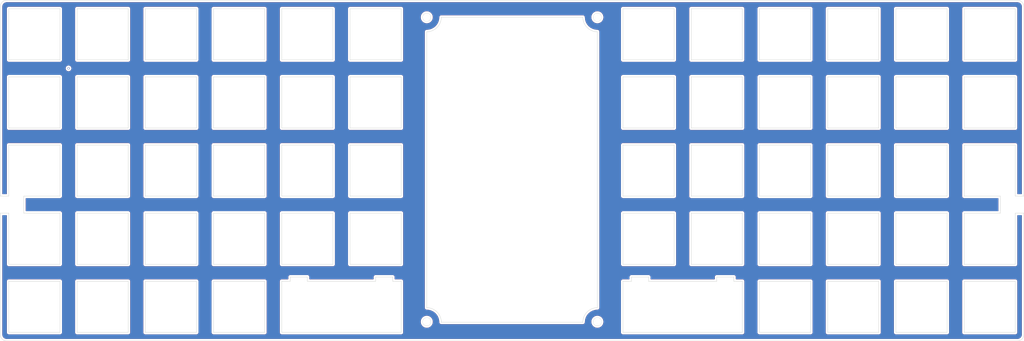
<source format=kicad_pcb>
(kicad_pcb (version 20171130) (host pcbnew "(5.1.10-1-10_14)")
  (layers (0 F.Cu signal) (31 B.Cu signal) (34 B.Paste user hide) (35 F.Paste user hide) (36 B.SilkS user hide) (37 F.SilkS user hide) (38 B.Mask user) (39 F.Mask user) (44 Edge.Cuts user))
  (net 0 "")
  (module lumberjack:MountingHole_M2 (layer F.Cu) (at 108.346887 44.529371)
    (fp_text reference H1 hide)
    (fp_text value M2)
    (pad "" np_thru_hole circle (at 0 0) (size 2.2 2.2) (drill 2.2) (layers *.Cu *.Mask))
  )
  (module lumberjack:MountingHole_M2 (layer F.Cu) (at 155.971927 129.65913)
    (fp_text reference H4 hide)
    (fp_text value M2)
    (pad "" np_thru_hole circle (at 0 0) (size 2.2 2.2) (drill 2.2) (layers *.Cu *.Mask))
  )
  (module lumberjack:MountingHole_M2 (layer F.Cu) (at 108.346887 129.65913)
    (fp_text reference H3 hide)
    (fp_text value M2)
    (pad "" np_thru_hole circle (at 0 0) (size 2.2 2.2) (drill 2.2) (layers *.Cu *.Mask))
  )
  (module lumberjack:MountingHole_M2 (layer F.Cu) (at 155.971927 44.529371)
    (fp_text reference H2 hide)
    (fp_text value M2)
    (pad "" np_thru_hole circle (at 0 0) (size 2.2 2.2) (drill 2.2) (layers *.Cu *.Mask))
  )
  (gr_circle (center 155.971823 44.530039) (end 155.019323 43.934724) (layer Edge.Cuts) (width 0.1))
  (gr_circle (center 108.346823 44.530039) (end 107.394323 43.934724) (layer Edge.Cuts) (width 0.1))
  (gr_circle (center 108.346823 129.660084) (end 107.394323 129.064769) (layer Edge.Cuts) (width 0.1))
  (gr_circle (center 155.971875 129.659607) (end 155.019375 129.064292) (layer Edge.Cuts) (width 0.1))
  (gr_line (start 155.971875 48.5775) (end 155.971927 125.729996) (layer Edge.Cuts) (width 0.1))
  (gr_line (start 108.346927 125.729996) (end 108.346875 48.5775) (layer Edge.Cuts) (width 0.1))
  (gr_arc (start 108.346927 129.778121) (end 112.395052 129.778121) (angle -90) (layer Edge.Cuts) (width 0.1))
  (gr_arc (start 155.971927 129.778121) (end 155.971927 125.729996) (angle -90) (layer Edge.Cuts) (width 0.1))
  (gr_line (start 112.395052 129.778121) (end 151.923802 129.778121) (layer Edge.Cuts) (width 0.1))
  (gr_line (start 151.92375 44.529375) (end 112.395 44.529375) (layer Edge.Cuts) (width 0.1))
  (gr_arc (start 155.971875 44.529375) (end 151.92375 44.529375) (angle -90) (layer Edge.Cuts) (width 0.1))
  (gr_arc (start 108.346875 44.529375) (end 108.346875 48.5775) (angle -90) (layer Edge.Cuts) (width 0.1))
  (gr_line (start 5.953125 42.148125) (end -8.334375 42.148125) (layer Edge.Cuts) (width 0.1))
  (gr_line (start -8.334375 42.148125) (end -8.334375 56.435625) (layer Edge.Cuts) (width 0.1))
  (gr_line (start 44.053125 61.198125) (end 29.765625 61.198125) (layer Edge.Cuts) (width 0.1))
  (gr_line (start 10.715625 75.485625) (end 25.003125 75.485625) (layer Edge.Cuts) (width 0.1))
  (gr_line (start 82.153125 42.148125) (end 82.153125 56.435625) (layer Edge.Cuts) (width 0.1))
  (gr_line (start 82.153125 56.435625) (end 67.865625 56.435625) (layer Edge.Cuts) (width 0.1))
  (gr_line (start -8.334375 113.585625) (end 5.953125 113.585625) (layer Edge.Cuts) (width 0.1))
  (gr_line (start 5.953125 99.298125) (end -4.167364 99.298125) (layer Edge.Cuts) (width 0.1))
  (gr_line (start 48.815625 56.435625) (end 48.815625 42.148125) (layer Edge.Cuts) (width 0.1))
  (gr_line (start 48.815625 42.148125) (end 63.103125 42.148125) (layer Edge.Cuts) (width 0.1))
  (gr_line (start 44.053125 42.148125) (end 29.765625 42.148125) (layer Edge.Cuts) (width 0.1))
  (gr_line (start 29.765625 42.148125) (end 29.765625 56.435625) (layer Edge.Cuts) (width 0.1))
  (gr_line (start 29.765625 56.435625) (end 44.053125 56.435625) (layer Edge.Cuts) (width 0.1))
  (gr_line (start 44.053125 56.435625) (end 44.053125 42.148125) (layer Edge.Cuts) (width 0.1))
  (gr_line (start 25.003125 42.148125) (end 10.715625 42.148125) (layer Edge.Cuts) (width 0.1))
  (gr_line (start 10.715625 42.148125) (end 10.715625 56.435625) (layer Edge.Cuts) (width 0.1))
  (gr_line (start 67.865625 56.435625) (end 67.865625 42.148125) (layer Edge.Cuts) (width 0.1))
  (gr_line (start 67.865625 42.148125) (end 82.153125 42.148125) (layer Edge.Cuts) (width 0.1))
  (gr_line (start -8.334375 56.435625) (end 5.953125 56.435625) (layer Edge.Cuts) (width 0.1))
  (gr_line (start -8.334375 75.485625) (end 5.953125 75.485625) (layer Edge.Cuts) (width 0.1))
  (gr_line (start 10.715625 56.435625) (end 25.003125 56.435625) (layer Edge.Cuts) (width 0.1))
  (gr_line (start 25.003125 56.435625) (end 25.003125 42.148125) (layer Edge.Cuts) (width 0.1))
  (gr_line (start 5.953125 56.435625) (end 5.953125 42.148125) (layer Edge.Cuts) (width 0.1))
  (gr_line (start 101.203125 132.635625) (end 101.203125 118.348125) (layer Edge.Cuts) (width 0.1))
  (gr_line (start 70.246761 118.348233) (end 67.865509 118.348233) (layer Edge.Cuts) (width 0.1))
  (gr_line (start 75.009265 117.157607) (end 75.009265 118.348233) (layer Edge.Cuts) (width 0.1))
  (gr_line (start 98.821785 117.157607) (end 98.821785 118.348233) (layer Edge.Cuts) (width 0.1))
  (gr_line (start 70.246761 118.348233) (end 70.246761 117.157607) (layer Edge.Cuts) (width 0.1))
  (gr_line (start 101.203125 118.348125) (end 98.821785 118.348233) (layer Edge.Cuts) (width 0.1))
  (gr_line (start 94.059281 118.348233) (end 94.059281 117.157607) (layer Edge.Cuts) (width 0.1))
  (gr_arc (start -8.929868 41.552856) (end -10.715807 41.552856) (angle 90) (layer Edge.Cuts) (width 0.1))
  (gr_line (start 101.203125 61.198125) (end 86.915625 61.198125) (layer Edge.Cuts) (width 0.1))
  (gr_line (start 82.153125 61.198125) (end 82.153125 75.485625) (layer Edge.Cuts) (width 0.1))
  (gr_line (start 86.915625 75.485625) (end 101.203125 75.485625) (layer Edge.Cuts) (width 0.1))
  (gr_line (start -4.167364 94.535713) (end -4.167364 99.298125) (layer Edge.Cuts) (width 0.1))
  (gr_line (start -8.334555 99.298217) (end -10.715807 99.298217) (layer Edge.Cuts) (width 0.1))
  (gr_line (start 48.815625 61.198125) (end 63.103125 61.198125) (layer Edge.Cuts) (width 0.1))
  (gr_line (start 86.915625 80.248125) (end 86.915625 94.535625) (layer Edge.Cuts) (width 0.1))
  (gr_line (start 29.765625 61.198125) (end 29.765625 75.485625) (layer Edge.Cuts) (width 0.1))
  (gr_line (start 101.203125 75.485625) (end 101.203125 61.198125) (layer Edge.Cuts) (width 0.1))
  (gr_line (start -8.334375 61.198125) (end -8.334375 75.485625) (layer Edge.Cuts) (width 0.1))
  (gr_line (start -4.167364 94.535713) (end 5.953125 94.535713) (layer Edge.Cuts) (width 0.1))
  (gr_line (start 29.765625 94.535625) (end 44.053125 94.535625) (layer Edge.Cuts) (width 0.1))
  (gr_line (start 25.003125 94.535625) (end 25.003125 80.248125) (layer Edge.Cuts) (width 0.1))
  (gr_line (start 101.203125 42.148125) (end 86.915625 42.148125) (layer Edge.Cuts) (width 0.1))
  (gr_line (start 10.715625 80.248125) (end 10.715625 94.535625) (layer Edge.Cuts) (width 0.1))
  (gr_line (start 5.953125 94.535625) (end 5.953125 80.248125) (layer Edge.Cuts) (width 0.1))
  (gr_line (start 5.953125 75.485625) (end 5.953125 61.198125) (layer Edge.Cuts) (width 0.1))
  (gr_line (start 67.865625 99.298125) (end 82.153125 99.298125) (layer Edge.Cuts) (width 0.1))
  (gr_line (start 29.765625 132.635625) (end 44.053125 132.635625) (layer Edge.Cuts) (width 0.1))
  (gr_line (start 10.715625 113.585625) (end 25.003125 113.585625) (layer Edge.Cuts) (width 0.1))
  (gr_line (start 82.153125 99.298125) (end 82.153125 113.585625) (layer Edge.Cuts) (width 0.1))
  (gr_line (start 101.203125 113.585625) (end 101.203125 99.298125) (layer Edge.Cuts) (width 0.1))
  (gr_line (start 63.103125 99.298125) (end 63.103125 113.585625) (layer Edge.Cuts) (width 0.1))
  (gr_line (start 29.765625 80.248125) (end 29.765625 94.535625) (layer Edge.Cuts) (width 0.1))
  (gr_line (start 29.765625 99.298125) (end 29.765625 113.585625) (layer Edge.Cuts) (width 0.1))
  (gr_line (start 82.153125 94.535625) (end 67.865625 94.535625) (layer Edge.Cuts) (width 0.1))
  (gr_line (start 86.915625 99.298125) (end 86.915625 113.585625) (layer Edge.Cuts) (width 0.1))
  (gr_line (start 101.203125 94.535625) (end 101.203125 80.248125) (layer Edge.Cuts) (width 0.1))
  (gr_line (start 29.765625 113.585625) (end 44.053125 113.585625) (layer Edge.Cuts) (width 0.1))
  (gr_line (start 94.059281 118.348233) (end 75.009265 118.348233) (layer Edge.Cuts) (width 0.1))
  (gr_line (start 63.103125 113.585625) (end 48.815625 113.585625) (layer Edge.Cuts) (width 0.1))
  (gr_line (start 10.715625 118.348125) (end 10.715625 132.635625) (layer Edge.Cuts) (width 0.1))
  (gr_line (start 44.053125 113.585625) (end 44.053125 99.298125) (layer Edge.Cuts) (width 0.1))
  (gr_line (start 44.053125 132.635625) (end 44.053125 118.348125) (layer Edge.Cuts) (width 0.1))
  (gr_line (start 25.003125 113.585625) (end 25.003125 99.298125) (layer Edge.Cuts) (width 0.1))
  (gr_line (start 48.815625 132.635625) (end 48.815625 118.348125) (layer Edge.Cuts) (width 0.1))
  (gr_line (start 67.865625 113.585625) (end 67.865625 99.298125) (layer Edge.Cuts) (width 0.1))
  (gr_line (start 63.103125 132.635625) (end 48.815625 132.635625) (layer Edge.Cuts) (width 0.1))
  (gr_line (start 82.153125 113.585625) (end 67.865625 113.585625) (layer Edge.Cuts) (width 0.1))
  (gr_line (start 10.715625 132.635625) (end 25.003125 132.635625) (layer Edge.Cuts) (width 0.1))
  (gr_line (start 48.815625 99.298125) (end 63.103125 99.298125) (layer Edge.Cuts) (width 0.1))
  (gr_line (start 25.003125 132.635625) (end 25.003125 118.348125) (layer Edge.Cuts) (width 0.1))
  (gr_line (start 48.815625 113.585625) (end 48.815625 99.298125) (layer Edge.Cuts) (width 0.1))
  (gr_line (start 48.815625 94.535625) (end 48.815625 80.248125) (layer Edge.Cuts) (width 0.1))
  (gr_line (start 63.103125 80.248125) (end 63.103125 94.535625) (layer Edge.Cuts) (width 0.1))
  (gr_line (start 48.815625 80.248125) (end 63.103125 80.248125) (layer Edge.Cuts) (width 0.1))
  (gr_line (start 25.003125 99.298125) (end 10.715625 99.298125) (layer Edge.Cuts) (width 0.1))
  (gr_line (start 63.103125 56.435625) (end 48.815625 56.435625) (layer Edge.Cuts) (width 0.1))
  (gr_line (start 101.203125 99.298125) (end 86.915625 99.298125) (layer Edge.Cuts) (width 0.1))
  (gr_line (start 44.053125 99.298125) (end 29.765625 99.298125) (layer Edge.Cuts) (width 0.1))
  (gr_line (start 82.153125 80.248125) (end 82.153125 94.535625) (layer Edge.Cuts) (width 0.1))
  (gr_line (start 25.003125 80.248125) (end 10.715625 80.248125) (layer Edge.Cuts) (width 0.1))
  (gr_line (start 63.103125 42.148125) (end 63.103125 56.435625) (layer Edge.Cuts) (width 0.1))
  (gr_line (start 67.865625 132.635625) (end 67.865625 118.348125) (layer Edge.Cuts) (width 0.1))
  (gr_line (start 86.915625 42.148125) (end 86.915625 56.435625) (layer Edge.Cuts) (width 0.1))
  (gr_line (start 86.915625 56.435625) (end 101.203125 56.435625) (layer Edge.Cuts) (width 0.1))
  (gr_line (start 67.865625 132.635625) (end 101.203125 132.635625) (layer Edge.Cuts) (width 0.1))
  (gr_line (start 86.915625 61.198125) (end 86.915625 75.485625) (layer Edge.Cuts) (width 0.1))
  (gr_line (start 67.865625 61.198125) (end 82.153125 61.198125) (layer Edge.Cuts) (width 0.1))
  (gr_line (start 63.103125 75.485625) (end 48.815625 75.485625) (layer Edge.Cuts) (width 0.1))
  (gr_line (start 5.953125 132.635625) (end 5.953125 118.348125) (layer Edge.Cuts) (width 0.1))
  (gr_line (start 63.103125 118.348125) (end 63.103125 132.635625) (layer Edge.Cuts) (width 0.1))
  (gr_line (start 94.059281 117.157607) (end 98.821785 117.157607) (layer Edge.Cuts) (width 0.1))
  (gr_line (start -8.334555 94.535713) (end -10.715807 94.535713) (layer Edge.Cuts) (width 0.1))
  (gr_line (start 86.915625 113.585625) (end 101.203125 113.585625) (layer Edge.Cuts) (width 0.1))
  (gr_line (start 10.715625 99.298125) (end 10.715625 113.585625) (layer Edge.Cuts) (width 0.1))
  (gr_line (start 29.765625 118.348125) (end 29.765625 132.635625) (layer Edge.Cuts) (width 0.1))
  (gr_line (start 25.003125 118.348125) (end 10.715625 118.348125) (layer Edge.Cuts) (width 0.1))
  (gr_line (start 44.053125 118.348125) (end 29.765625 118.348125) (layer Edge.Cuts) (width 0.1))
  (gr_line (start 70.246761 117.157607) (end 75.009265 117.157607) (layer Edge.Cuts) (width 0.1))
  (gr_line (start -8.334375 118.348125) (end -8.334375 132.635625) (layer Edge.Cuts) (width 0.1))
  (gr_line (start 5.953125 118.348125) (end -8.334375 118.348125) (layer Edge.Cuts) (width 0.1))
  (gr_line (start -8.334375 132.635625) (end 5.953125 132.635625) (layer Edge.Cuts) (width 0.1))
  (gr_line (start 5.953125 61.198125) (end -8.334375 61.198125) (layer Edge.Cuts) (width 0.1))
  (gr_line (start -8.334375 80.248125) (end -8.334375 94.535625) (layer Edge.Cuts) (width 0.1))
  (gr_line (start 5.953125 80.248125) (end -8.334375 80.248125) (layer Edge.Cuts) (width 0.1))
  (gr_line (start 101.203125 56.435625) (end 101.203125 42.148125) (layer Edge.Cuts) (width 0.1))
  (gr_arc (start -8.929868 133.231058) (end -8.929868 135.016997) (angle 90) (layer Edge.Cuts) (width 0.1))
  (gr_line (start -10.715807 41.552856) (end -10.715807 94.535713) (layer Edge.Cuts) (width 0.1))
  (gr_line (start 63.103125 61.198125) (end 63.103125 75.485625) (layer Edge.Cuts) (width 0.1))
  (gr_line (start 67.865625 80.248125) (end 82.153125 80.248125) (layer Edge.Cuts) (width 0.1))
  (gr_line (start 44.053125 80.248125) (end 29.765625 80.248125) (layer Edge.Cuts) (width 0.1))
  (gr_line (start 48.815625 75.485625) (end 48.815625 61.198125) (layer Edge.Cuts) (width 0.1))
  (gr_line (start 67.865625 94.535625) (end 67.865625 80.248125) (layer Edge.Cuts) (width 0.1))
  (gr_line (start 101.203125 80.248125) (end 86.915625 80.248125) (layer Edge.Cuts) (width 0.1))
  (gr_line (start 44.053125 94.535625) (end 44.053125 80.248125) (layer Edge.Cuts) (width 0.1))
  (gr_line (start 86.915625 94.535625) (end 101.203125 94.535625) (layer Edge.Cuts) (width 0.1))
  (gr_line (start 63.103125 94.535625) (end 48.815625 94.535625) (layer Edge.Cuts) (width 0.1))
  (gr_line (start 67.865625 75.485625) (end 67.865625 61.198125) (layer Edge.Cuts) (width 0.1))
  (gr_line (start 25.003125 61.198125) (end 10.715625 61.198125) (layer Edge.Cuts) (width 0.1))
  (gr_line (start 10.715625 61.198125) (end 10.715625 75.485625) (layer Edge.Cuts) (width 0.1))
  (gr_line (start 5.953125 113.585625) (end 5.953125 99.298125) (layer Edge.Cuts) (width 0.1))
  (gr_line (start -10.715807 99.298217) (end -10.715807 133.231058) (layer Edge.Cuts) (width 0.1))
  (gr_line (start -8.334375 99.298125) (end -8.334375 113.585625) (layer Edge.Cuts) (width 0.1))
  (gr_line (start 10.715625 94.535625) (end 25.003125 94.535625) (layer Edge.Cuts) (width 0.1))
  (gr_line (start 44.053125 75.485625) (end 44.053125 61.198125) (layer Edge.Cuts) (width 0.1))
  (gr_line (start 29.765625 75.485625) (end 44.053125 75.485625) (layer Edge.Cuts) (width 0.1))
  (gr_line (start 25.003125 75.485625) (end 25.003125 61.198125) (layer Edge.Cuts) (width 0.1))
  (gr_line (start 82.153125 75.485625) (end 67.865625 75.485625) (layer Edge.Cuts) (width 0.1))
  (gr_line (start 48.815625 118.348125) (end 63.103125 118.348125) (layer Edge.Cuts) (width 0.1))
  (gr_line (start 272.653305 94.535713) (end 275.034557 94.535713) (layer Edge.Cuts) (width 0.1))
  (gr_line (start 272.653305 99.298217) (end 275.034557 99.298217) (layer Edge.Cuts) (width 0.1))
  (gr_line (start 268.486114 94.535713) (end 268.486114 99.298125) (layer Edge.Cuts) (width 0.1))
  (gr_line (start -8.929868 135.016997) (end 273.248618 135.016997) (layer Edge.Cuts) (width 0.1))
  (gr_line (start 273.248618 39.766917) (end -8.929868 39.766917) (layer Edge.Cuts) (width 0.1))
  (gr_line (start 163.115625 132.635625) (end 163.115625 118.348125) (layer Edge.Cuts) (width 0.1))
  (gr_line (start 196.453125 132.635625) (end 196.453125 118.348125) (layer Edge.Cuts) (width 0.1))
  (gr_line (start 194.071989 118.348233) (end 194.071989 117.157607) (layer Edge.Cuts) (width 0.1))
  (gr_line (start 165.496965 117.157607) (end 165.496965 118.348233) (layer Edge.Cuts) (width 0.1))
  (gr_line (start 189.309485 117.157607) (end 189.309485 118.348233) (layer Edge.Cuts) (width 0.1))
  (gr_line (start 194.071989 118.348233) (end 196.453241 118.348233) (layer Edge.Cuts) (width 0.1))
  (gr_line (start 170.259469 117.157607) (end 165.496965 117.157607) (layer Edge.Cuts) (width 0.1))
  (gr_line (start 163.115625 118.348125) (end 165.496965 118.348233) (layer Edge.Cuts) (width 0.1))
  (gr_line (start 196.453125 132.635625) (end 163.115625 132.635625) (layer Edge.Cuts) (width 0.1))
  (gr_line (start 201.215625 118.348125) (end 201.215625 132.635625) (layer Edge.Cuts) (width 0.1))
  (gr_line (start 234.553125 132.635625) (end 220.265625 132.635625) (layer Edge.Cuts) (width 0.1))
  (gr_line (start 170.259469 118.348233) (end 170.259469 117.157607) (layer Edge.Cuts) (width 0.1))
  (gr_line (start 194.071989 117.157607) (end 189.309485 117.157607) (layer Edge.Cuts) (width 0.1))
  (gr_line (start 239.315625 118.348125) (end 253.603125 118.348125) (layer Edge.Cuts) (width 0.1))
  (gr_line (start 234.553125 118.348125) (end 234.553125 132.635625) (layer Edge.Cuts) (width 0.1))
  (gr_line (start 215.503125 118.348125) (end 201.215625 118.348125) (layer Edge.Cuts) (width 0.1))
  (gr_line (start 220.265625 118.348125) (end 234.553125 118.348125) (layer Edge.Cuts) (width 0.1))
  (gr_line (start 258.365625 132.635625) (end 258.365625 118.348125) (layer Edge.Cuts) (width 0.1))
  (gr_line (start 239.315625 132.635625) (end 239.315625 118.348125) (layer Edge.Cuts) (width 0.1))
  (gr_line (start 253.603125 132.635625) (end 239.315625 132.635625) (layer Edge.Cuts) (width 0.1))
  (gr_line (start 201.215625 132.635625) (end 215.503125 132.635625) (layer Edge.Cuts) (width 0.1))
  (gr_line (start 215.503125 132.635625) (end 215.503125 118.348125) (layer Edge.Cuts) (width 0.1))
  (gr_line (start 220.265625 132.635625) (end 220.265625 118.348125) (layer Edge.Cuts) (width 0.1))
  (gr_line (start 253.603125 118.348125) (end 253.603125 132.635625) (layer Edge.Cuts) (width 0.1))
  (gr_line (start 170.259469 118.348233) (end 189.309485 118.348233) (layer Edge.Cuts) (width 0.1))
  (gr_line (start 163.115625 94.535625) (end 163.115625 80.248125) (layer Edge.Cuts) (width 0.1))
  (gr_line (start 182.165625 94.535625) (end 196.453125 94.535625) (layer Edge.Cuts) (width 0.1))
  (gr_line (start 234.553125 80.248125) (end 234.553125 94.535625) (layer Edge.Cuts) (width 0.1))
  (gr_line (start 163.115625 113.585625) (end 163.115625 99.298125) (layer Edge.Cuts) (width 0.1))
  (gr_line (start 253.603125 99.298125) (end 253.603125 113.585625) (layer Edge.Cuts) (width 0.1))
  (gr_line (start 177.403125 113.585625) (end 163.115625 113.585625) (layer Edge.Cuts) (width 0.1))
  (gr_line (start 163.115625 99.298125) (end 177.403125 99.298125) (layer Edge.Cuts) (width 0.1))
  (gr_line (start 215.503125 113.585625) (end 215.503125 99.298125) (layer Edge.Cuts) (width 0.1))
  (gr_line (start 215.503125 99.298125) (end 201.215625 99.298125) (layer Edge.Cuts) (width 0.1))
  (gr_line (start 182.165625 113.585625) (end 196.453125 113.585625) (layer Edge.Cuts) (width 0.1))
  (gr_line (start 196.453125 113.585625) (end 196.453125 99.298125) (layer Edge.Cuts) (width 0.1))
  (gr_line (start 239.315625 113.585625) (end 239.315625 99.298125) (layer Edge.Cuts) (width 0.1))
  (gr_line (start 220.265625 113.585625) (end 220.265625 99.298125) (layer Edge.Cuts) (width 0.1))
  (gr_line (start 201.215625 113.585625) (end 215.503125 113.585625) (layer Edge.Cuts) (width 0.1))
  (gr_line (start 234.553125 113.585625) (end 220.265625 113.585625) (layer Edge.Cuts) (width 0.1))
  (gr_line (start 177.403125 99.298125) (end 177.403125 113.585625) (layer Edge.Cuts) (width 0.1))
  (gr_line (start 234.553125 99.298125) (end 234.553125 113.585625) (layer Edge.Cuts) (width 0.1))
  (gr_line (start 201.215625 99.298125) (end 201.215625 113.585625) (layer Edge.Cuts) (width 0.1))
  (gr_line (start 182.165625 99.298125) (end 182.165625 113.585625) (layer Edge.Cuts) (width 0.1))
  (gr_line (start 220.265625 99.298125) (end 234.553125 99.298125) (layer Edge.Cuts) (width 0.1))
  (gr_line (start 239.315625 99.298125) (end 253.603125 99.298125) (layer Edge.Cuts) (width 0.1))
  (gr_line (start 253.603125 113.585625) (end 239.315625 113.585625) (layer Edge.Cuts) (width 0.1))
  (gr_line (start 196.453125 99.298125) (end 182.165625 99.298125) (layer Edge.Cuts) (width 0.1))
  (gr_line (start 258.365625 113.585625) (end 258.365625 99.298125) (layer Edge.Cuts) (width 0.1))
  (gr_line (start 177.403125 94.535625) (end 163.115625 94.535625) (layer Edge.Cuts) (width 0.1))
  (gr_line (start 220.265625 94.535625) (end 220.265625 80.248125) (layer Edge.Cuts) (width 0.1))
  (gr_line (start 163.115625 80.248125) (end 177.403125 80.248125) (layer Edge.Cuts) (width 0.1))
  (gr_line (start 239.315625 80.248125) (end 253.603125 80.248125) (layer Edge.Cuts) (width 0.1))
  (gr_line (start 182.165625 80.248125) (end 182.165625 94.535625) (layer Edge.Cuts) (width 0.1))
  (gr_line (start 215.503125 80.248125) (end 201.215625 80.248125) (layer Edge.Cuts) (width 0.1))
  (gr_line (start 201.215625 80.248125) (end 201.215625 94.535625) (layer Edge.Cuts) (width 0.1))
  (gr_line (start 215.503125 94.535625) (end 215.503125 80.248125) (layer Edge.Cuts) (width 0.1))
  (gr_line (start 196.453125 94.535625) (end 196.453125 80.248125) (layer Edge.Cuts) (width 0.1))
  (gr_line (start 201.215625 94.535625) (end 215.503125 94.535625) (layer Edge.Cuts) (width 0.1))
  (gr_line (start 258.365625 94.535625) (end 258.365625 80.248125) (layer Edge.Cuts) (width 0.1))
  (gr_line (start 253.603125 80.248125) (end 253.603125 94.535625) (layer Edge.Cuts) (width 0.1))
  (gr_line (start 177.403125 75.485625) (end 163.115625 75.485625) (layer Edge.Cuts) (width 0.1))
  (gr_line (start 163.115625 61.198125) (end 177.403125 61.198125) (layer Edge.Cuts) (width 0.1))
  (gr_line (start 220.265625 75.485625) (end 220.265625 61.198125) (layer Edge.Cuts) (width 0.1))
  (gr_line (start 253.603125 61.198125) (end 253.603125 75.485625) (layer Edge.Cuts) (width 0.1))
  (gr_line (start 258.365625 75.485625) (end 258.365625 61.198125) (layer Edge.Cuts) (width 0.1))
  (gr_line (start 182.165625 61.198125) (end 182.165625 75.485625) (layer Edge.Cuts) (width 0.1))
  (gr_line (start 258.365625 56.435625) (end 258.365625 42.148125) (layer Edge.Cuts) (width 0.1))
  (gr_line (start 239.315625 56.435625) (end 239.315625 42.148125) (layer Edge.Cuts) (width 0.1))
  (gr_line (start 253.603125 56.435625) (end 239.315625 56.435625) (layer Edge.Cuts) (width 0.1))
  (gr_line (start 253.603125 42.148125) (end 253.603125 56.435625) (layer Edge.Cuts) (width 0.1))
  (gr_line (start 239.315625 42.148125) (end 253.603125 42.148125) (layer Edge.Cuts) (width 0.1))
  (gr_line (start 220.265625 56.435625) (end 220.265625 42.148125) (layer Edge.Cuts) (width 0.1))
  (gr_line (start 234.553125 56.435625) (end 220.265625 56.435625) (layer Edge.Cuts) (width 0.1))
  (gr_line (start 234.553125 42.148125) (end 234.553125 56.435625) (layer Edge.Cuts) (width 0.1))
  (gr_line (start 220.265625 42.148125) (end 234.553125 42.148125) (layer Edge.Cuts) (width 0.1))
  (gr_line (start 215.503125 42.148125) (end 201.215625 42.148125) (layer Edge.Cuts) (width 0.1))
  (gr_line (start 215.503125 56.435625) (end 215.503125 42.148125) (layer Edge.Cuts) (width 0.1))
  (gr_line (start 201.215625 56.435625) (end 215.503125 56.435625) (layer Edge.Cuts) (width 0.1))
  (gr_line (start 201.215625 42.148125) (end 201.215625 56.435625) (layer Edge.Cuts) (width 0.1))
  (gr_line (start 196.453125 42.148125) (end 182.165625 42.148125) (layer Edge.Cuts) (width 0.1))
  (gr_line (start 196.453125 56.435625) (end 196.453125 42.148125) (layer Edge.Cuts) (width 0.1))
  (gr_line (start 182.165625 56.435625) (end 196.453125 56.435625) (layer Edge.Cuts) (width 0.1))
  (gr_line (start 182.165625 42.148125) (end 182.165625 56.435625) (layer Edge.Cuts) (width 0.1))
  (gr_line (start 163.115625 56.435625) (end 163.115625 42.148125) (layer Edge.Cuts) (width 0.1))
  (gr_line (start 177.403125 56.435625) (end 163.115625 56.435625) (layer Edge.Cuts) (width 0.1))
  (gr_line (start 177.403125 42.148125) (end 177.403125 56.435625) (layer Edge.Cuts) (width 0.1))
  (gr_line (start 163.115625 42.148125) (end 177.403125 42.148125) (layer Edge.Cuts) (width 0.1))
  (gr_line (start 239.315625 94.535625) (end 239.315625 80.248125) (layer Edge.Cuts) (width 0.1))
  (gr_line (start 234.553125 94.535625) (end 220.265625 94.535625) (layer Edge.Cuts) (width 0.1))
  (gr_line (start 253.603125 94.535625) (end 239.315625 94.535625) (layer Edge.Cuts) (width 0.1))
  (gr_line (start 220.265625 80.248125) (end 234.553125 80.248125) (layer Edge.Cuts) (width 0.1))
  (gr_line (start 196.453125 80.248125) (end 182.165625 80.248125) (layer Edge.Cuts) (width 0.1))
  (gr_line (start 177.403125 80.248125) (end 177.403125 94.535625) (layer Edge.Cuts) (width 0.1))
  (gr_line (start 182.165625 75.485625) (end 196.453125 75.485625) (layer Edge.Cuts) (width 0.1))
  (gr_line (start 215.503125 75.485625) (end 215.503125 61.198125) (layer Edge.Cuts) (width 0.1))
  (gr_line (start 201.215625 61.198125) (end 201.215625 75.485625) (layer Edge.Cuts) (width 0.1))
  (gr_line (start 201.215625 75.485625) (end 215.503125 75.485625) (layer Edge.Cuts) (width 0.1))
  (gr_line (start 163.115625 75.485625) (end 163.115625 61.198125) (layer Edge.Cuts) (width 0.1))
  (gr_line (start 234.553125 61.198125) (end 234.553125 75.485625) (layer Edge.Cuts) (width 0.1))
  (gr_line (start 215.503125 61.198125) (end 201.215625 61.198125) (layer Edge.Cuts) (width 0.1))
  (gr_line (start 239.315625 61.198125) (end 253.603125 61.198125) (layer Edge.Cuts) (width 0.1))
  (gr_line (start 196.453125 75.485625) (end 196.453125 61.198125) (layer Edge.Cuts) (width 0.1))
  (gr_line (start 196.453125 61.198125) (end 182.165625 61.198125) (layer Edge.Cuts) (width 0.1))
  (gr_line (start 177.403125 61.198125) (end 177.403125 75.485625) (layer Edge.Cuts) (width 0.1))
  (gr_line (start 253.603125 75.485625) (end 239.315625 75.485625) (layer Edge.Cuts) (width 0.1))
  (gr_line (start 220.265625 61.198125) (end 234.553125 61.198125) (layer Edge.Cuts) (width 0.1))
  (gr_line (start 239.315625 75.485625) (end 239.315625 61.198125) (layer Edge.Cuts) (width 0.1))
  (gr_line (start 234.553125 75.485625) (end 220.265625 75.485625) (layer Edge.Cuts) (width 0.1))
  (gr_line (start 258.365625 80.248125) (end 272.653125 80.248125) (layer Edge.Cuts) (width 0.1))
  (gr_line (start 272.653125 80.248125) (end 272.653125 94.535625) (layer Edge.Cuts) (width 0.1))
  (gr_line (start 268.486114 94.535713) (end 258.365625 94.535713) (layer Edge.Cuts) (width 0.1))
  (gr_line (start 272.653125 61.198125) (end 272.653125 75.485625) (layer Edge.Cuts) (width 0.1))
  (gr_line (start 272.653125 75.485625) (end 258.365625 75.485625) (layer Edge.Cuts) (width 0.1))
  (gr_line (start 272.653125 56.435625) (end 258.365625 56.435625) (layer Edge.Cuts) (width 0.1))
  (gr_line (start 272.653125 42.148125) (end 272.653125 56.435625) (layer Edge.Cuts) (width 0.1))
  (gr_line (start 258.365625 42.148125) (end 272.653125 42.148125) (layer Edge.Cuts) (width 0.1))
  (gr_line (start 258.365625 61.198125) (end 272.653125 61.198125) (layer Edge.Cuts) (width 0.1))
  (gr_line (start 272.653125 132.635625) (end 258.365625 132.635625) (layer Edge.Cuts) (width 0.1))
  (gr_line (start 258.365625 118.348125) (end 272.653125 118.348125) (layer Edge.Cuts) (width 0.1))
  (gr_line (start 272.653125 118.348125) (end 272.653125 132.635625) (layer Edge.Cuts) (width 0.1))
  (gr_line (start 258.365625 99.298125) (end 268.486114 99.298125) (layer Edge.Cuts) (width 0.1))
  (gr_line (start 272.653125 113.585625) (end 258.365625 113.585625) (layer Edge.Cuts) (width 0.1))
  (gr_line (start 272.653125 99.298125) (end 272.653125 113.585625) (layer Edge.Cuts) (width 0.1))
  (gr_line (start 275.034557 99.298217) (end 275.034557 133.231058) (layer Edge.Cuts) (width 0.1))
  (gr_line (start 275.034557 41.552856) (end 275.034557 94.535713) (layer Edge.Cuts) (width 0.1))
  (gr_arc (start 273.248618 133.231058) (end 273.248618 135.016997) (angle -90) (layer Edge.Cuts) (width 0.1))
  (gr_arc (start 273.248618 41.552856) (end 275.034557 41.552856) (angle -90) (layer Edge.Cuts) (width 0.1))
  (via (at 8.334375 58.816875) (size 0.6) (drill 0.4) (layers F.Cu B.Cu) (net 0))
  (zone (net 0) (net_name "") (layer F.Cu) (connect_pads (clearance 0.508)) (min_thickness 0.254) (fill yes (arc_segments 32) (thermal_gap 0.508) (thermal_bridge_width 0.508))
    (polygon (pts (xy 275 135) (xy -10.8 135) (xy -10.7 39.7) (xy 275 39.7)))
  )
  (zone (net 0) (net_name "") (layer B.Cu) (connect_pads (clearance 0.508)) (min_thickness 0.254) (fill yes (arc_segments 32) (thermal_gap 0.508) (thermal_bridge_width 0.508))
    (polygon (pts (xy 275 135) (xy -10.8 135) (xy -10.7 39.7) (xy 275 39.7)))
  )
)
</source>
